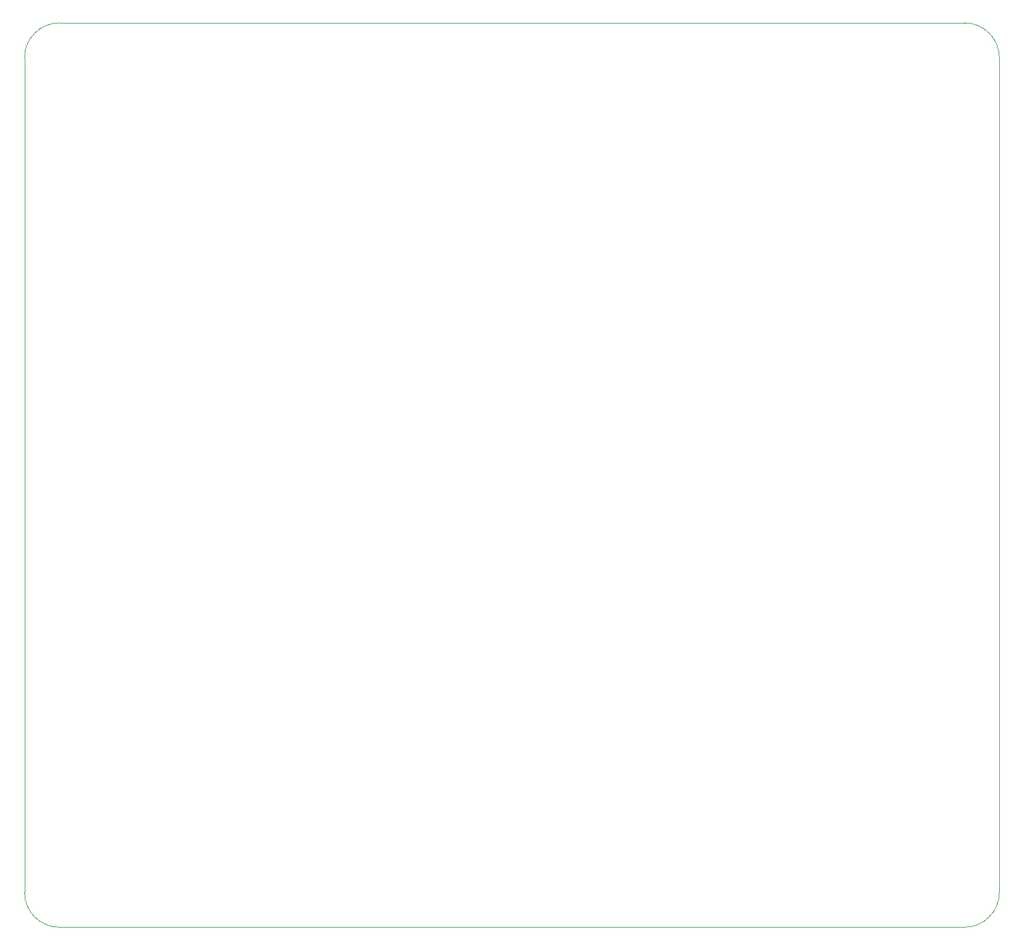
<source format=gm1>
G04 #@! TF.GenerationSoftware,KiCad,Pcbnew,(6.0.2)*
G04 #@! TF.CreationDate,2023-01-23T03:29:59-05:00*
G04 #@! TF.ProjectId,Interface-PCB,496e7465-7266-4616-9365-2d5043422e6b,1.0*
G04 #@! TF.SameCoordinates,Original*
G04 #@! TF.FileFunction,Profile,NP*
%FSLAX46Y46*%
G04 Gerber Fmt 4.6, Leading zero omitted, Abs format (unit mm)*
G04 Created by KiCad (PCBNEW (6.0.2)) date 2023-01-23 03:29:59*
%MOMM*%
%LPD*%
G01*
G04 APERTURE LIST*
G04 #@! TA.AperFunction,Profile*
%ADD10C,0.050000*%
G04 #@! TD*
G04 APERTURE END LIST*
D10*
X200000000Y-40000000D02*
G75*
G03*
X195000000Y-35000000I-5000000J0D01*
G01*
X195000000Y-165000000D02*
X65000000Y-165000000D01*
X60000000Y-160000000D02*
G75*
G03*
X65000000Y-165000000I5000000J0D01*
G01*
X200000000Y-40000000D02*
X200000000Y-160000000D01*
X60000000Y-160000000D02*
X60000000Y-40000000D01*
X65000000Y-35000000D02*
G75*
G03*
X60000000Y-40000000I0J-5000000D01*
G01*
X65000000Y-35000000D02*
X195000000Y-35000000D01*
X195000000Y-165000000D02*
G75*
G03*
X200000000Y-160000000I0J5000000D01*
G01*
M02*

</source>
